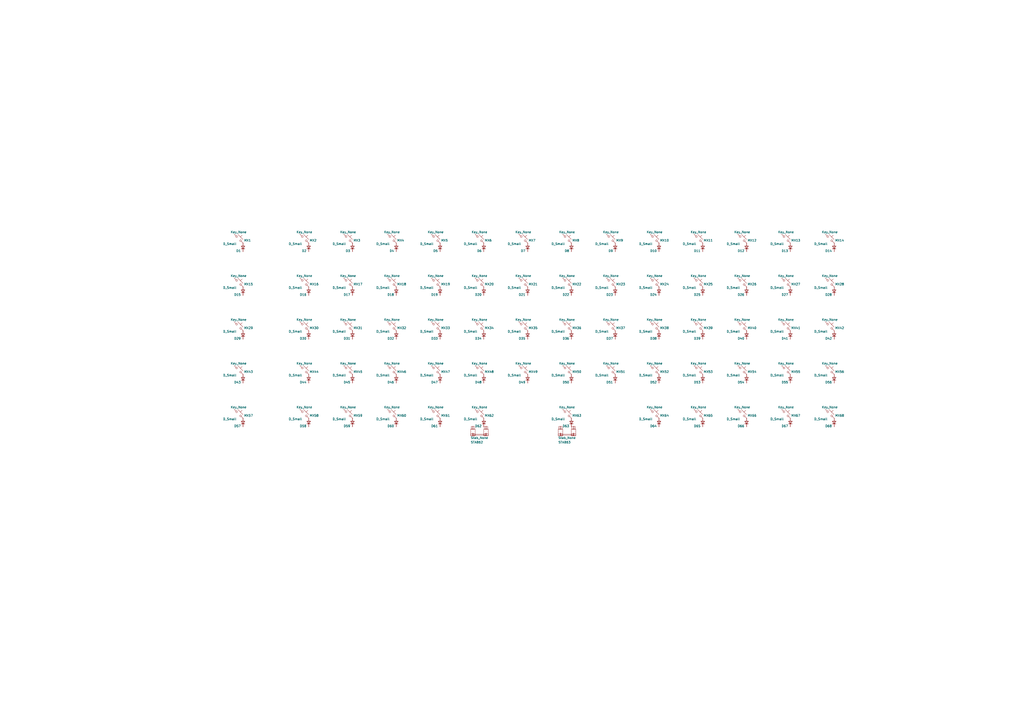
<source format=kicad_sch>
(kicad_sch (version 20230121) (generator eeschema)
  (paper "A2")
  (lib_symbols
    (symbol "D_Small" (pin_numbers hide) (pin_names (offset 0.254) hide)
      (property "Reference" "D1" (at 1.27 7.112 90))
      (property "Value" "D_Small" (at -1.27 3.048 90))
      (symbol "D_Small_0_1"
        (polyline (pts (xy -0.762 -1.016) (xy -0.762 1.016)) (stroke (width 0.254)))
        (polyline (pts (xy -0.762 0) (xy 0.762 0)))
        (polyline (pts (xy 0.762 -1.016) (xy -0.762 0) (xy 0.762 1.016) (xy 0.762 -1.016)) (stroke (width 0.254)))
      )
      (symbol "D_Small_1_1"
        (pin passive line (at -2.54 0 0) (length 1.778) (name "K") (number "1"))
        (pin passive line (at 2.54 0 180) (length 1.778) (name "A") (number "2"))
      )
    )
    (symbol "MX_SW_solder" (pin_numbers hide) (pin_names (offset 1.016) hide)
      (property "Reference" "MX1" (at 3.048 1.016 0))
      (property "Value" "Key_None" (at 0 -3.81 0))
      (symbol "MX_SW_solder_0_1"
        (circle (center -1.1684 1.1684) (radius 0.508))
        (polyline (pts (xy -0.508 2.54) (xy 2.54 -0.508)))
        (polyline (pts (xy 1.016 1.016) (xy 2.032 2.032)))
        (polyline (pts (xy -2.54 2.54) (xy -1.524 1.524) (xy -1.524 1.524)))
        (polyline (pts (xy 1.524 -1.524) (xy 2.54 -2.54) (xy 2.54 -2.54) (xy 2.54 -2.54)))
        (circle (center 1.143 -1.1938) (radius 0.508))
        (pin passive line (at -2.54 2.54 0) (length 0) (name "1") (number "1"))
        (pin passive line (at 2.54 -2.54 180) (length 0) (name "2") (number "2"))
      )
    )
    (symbol "MX_stab" (pin_names (offset 1.016))
      (property "Reference" "STAB62" (at 134.62 118.11 0))
      (property "Value" "Stab_None" (at 134.62 115.57 0))
      (symbol "MX_stab_0_1"
        (rectangle (start -5.08 -1.524) (end -2.54 -2.54))
        (rectangle (start -5.08 1.27) (end -2.54 -2.54))
        (rectangle (start -4.826 2.794) (end -2.794 1.27))
        (rectangle (start -4.064 -2.286) (end -3.556 -1.016))
        (rectangle (start -4.064 -1.778) (end 4.064 -2.286))
        (rectangle (start -4.064 1.27) (end -3.556 2.794))
        (rectangle (start 2.54 -1.524) (end 5.08 -2.54))
        (rectangle (start 2.54 1.27) (end 5.08 -2.54))
        (rectangle (start 2.794 2.794) (end 4.826 1.27))
        (rectangle (start 3.556 1.27) (end 4.064 2.794))
        (rectangle (start 4.064 -2.286) (end 3.556 -1.016))
      )
    )
  )
  (symbol (lib_name "D_Small") (lib_id "Device:D_Small") (at 229.87 245.11 90) (unit 1)
    (property "Reference" "D60" (at 228.6 247.142 90) (effects (justify left)))
    (property "Value" "D_Small" (at 226.06 243.078 90) (effects (justify left)))
    (property "Footprint" "Diode_SMD:D_SOD-123" (effects hide))
  )
  (symbol (lib_name "D_Small") (lib_id "Device:D_Small") (at 255.27 245.11 90) (unit 1)
    (property "Reference" "D61" (at 254 247.142 90) (effects (justify left)))
    (property "Value" "D_Small" (at 251.46 243.078 90) (effects (justify left)))
    (property "Footprint" "Diode_SMD:D_SOD-123" (effects hide))
  )
  (symbol (lib_name "D_Small") (lib_id "Device:D_Small") (at 458.47 168.91 90) (unit 1)
    (property "Reference" "D27" (at 457.2 170.942 90) (effects (justify left)))
    (property "Value" "D_Small" (at 454.66 166.878 90) (effects (justify left)))
    (property "Footprint" "Diode_SMD:D_SOD-123" (effects hide))
  )
  (symbol (lib_name "MX_SW_solder") (lib_id "marbastlib-mx:MX_SW_solder") (at 252.73 189.23 0) (unit 1)
    (property "Reference" "MX33" (at 255.778 190.246 0) (effects (justify left)))
    (property "Value" "Key_None" (at 252.73 185.42 0))
    (property "Footprint" "PCM_marbastlib-mx:SW_MX_1u" (effects hide))
  )
  (symbol (lib_name "MX_SW_solder") (lib_id "marbastlib-mx:MX_SW_solder") (at 176.53 189.23 0) (unit 1)
    (property "Reference" "MX30" (at 179.578 190.246 0) (effects (justify left)))
    (property "Value" "Key_None" (at 176.53 185.42 0))
    (property "Footprint" "PCM_marbastlib-mx:SW_MX_1u" (effects hide))
  )
  (symbol (lib_name "MX_SW_solder") (lib_id "marbastlib-mx:MX_SW_solder") (at 354.33 163.83 0) (unit 1)
    (property "Reference" "MX23" (at 357.378 164.846 0) (effects (justify left)))
    (property "Value" "Key_None" (at 354.33 160.02 0))
    (property "Footprint" "PCM_marbastlib-mx:SW_MX_1u" (effects hide))
  )
  (symbol (lib_name "D_Small") (lib_id "Device:D_Small") (at 306.07 194.31 90) (unit 1)
    (property "Reference" "D35" (at 304.8 196.342 90) (effects (justify left)))
    (property "Value" "D_Small" (at 302.26 192.278 90) (effects (justify left)))
    (property "Footprint" "Diode_SMD:D_SOD-123" (effects hide))
  )
  (symbol (lib_name "MX_SW_solder") (lib_id "marbastlib-mx:MX_SW_solder") (at 227.33 214.63 0) (unit 1)
    (property "Reference" "MX46" (at 230.378 215.646 0) (effects (justify left)))
    (property "Value" "Key_None" (at 227.33 210.82 0))
    (property "Footprint" "PCM_marbastlib-mx:SW_MX_1u" (effects hide))
  )
  (symbol (lib_name "D_Small") (lib_id "Device:D_Small") (at 407.67 194.31 90) (unit 1)
    (property "Reference" "D39" (at 406.4 196.342 90) (effects (justify left)))
    (property "Value" "D_Small" (at 403.86 192.278 90) (effects (justify left)))
    (property "Footprint" "Diode_SMD:D_SOD-123" (effects hide))
  )
  (symbol (lib_name "MX_SW_solder") (lib_id "marbastlib-mx:MX_SW_solder") (at 252.73 163.83 0) (unit 1)
    (property "Reference" "MX19" (at 255.778 164.846 0) (effects (justify left)))
    (property "Value" "Key_None" (at 252.73 160.02 0))
    (property "Footprint" "PCM_marbastlib-mx:SW_MX_1u" (effects hide))
  )
  (symbol (lib_name "MX_SW_solder") (lib_id "marbastlib-mx:MX_SW_solder") (at 278.13 214.63 0) (unit 1)
    (property "Reference" "MX48" (at 281.178 215.646 0) (effects (justify left)))
    (property "Value" "Key_None" (at 278.13 210.82 0))
    (property "Footprint" "PCM_marbastlib-mx:SW_MX_1u" (effects hide))
  )
  (symbol (lib_name "MX_SW_solder") (lib_id "marbastlib-mx:MX_SW_solder") (at 138.43 214.63 0) (unit 1)
    (property "Reference" "MX43" (at 141.478 215.646 0) (effects (justify left)))
    (property "Value" "Key_None" (at 138.43 210.82 0))
    (property "Footprint" "PCM_marbastlib-mx:SW_MX_1.5u" (effects hide))
  )
  (symbol (lib_name "MX_SW_solder") (lib_id "marbastlib-mx:MX_SW_solder") (at 354.33 138.43 0) (unit 1)
    (property "Reference" "MX9" (at 357.378 139.446 0) (effects (justify left)))
    (property "Value" "Key_None" (at 354.33 134.62 0))
    (property "Footprint" "PCM_marbastlib-mx:SW_MX_1u" (effects hide))
  )
  (symbol (lib_name "MX_SW_solder") (lib_id "marbastlib-mx:MX_SW_solder") (at 227.33 163.83 0) (unit 1)
    (property "Reference" "MX18" (at 230.378 164.846 0) (effects (justify left)))
    (property "Value" "Key_None" (at 227.33 160.02 0))
    (property "Footprint" "PCM_marbastlib-mx:SW_MX_1u" (effects hide))
  )
  (symbol (lib_name "D_Small") (lib_id "Device:D_Small") (at 179.07 168.91 90) (unit 1)
    (property "Reference" "D16" (at 177.8 170.942 90) (effects (justify left)))
    (property "Value" "D_Small" (at 175.26 166.878 90) (effects (justify left)))
    (property "Footprint" "Diode_SMD:D_SOD-123" (effects hide))
  )
  (symbol (lib_name "D_Small") (lib_id "Device:D_Small") (at 229.87 219.71 90) (unit 1)
    (property "Reference" "D46" (at 228.6 221.742 90) (effects (justify left)))
    (property "Value" "D_Small" (at 226.06 217.678 90) (effects (justify left)))
    (property "Footprint" "Diode_SMD:D_SOD-123" (effects hide))
  )
  (symbol (lib_name "D_Small") (lib_id "Device:D_Small") (at 433.07 245.11 90) (unit 1)
    (property "Reference" "D66" (at 431.8 247.142 90) (effects (justify left)))
    (property "Value" "D_Small" (at 429.26 243.078 90) (effects (justify left)))
    (property "Footprint" "Diode_SMD:D_SOD-123" (effects hide))
  )
  (symbol (lib_name "D_Small") (lib_id "Device:D_Small") (at 483.87 143.51 90) (unit 1)
    (property "Reference" "D14" (at 482.6 145.542 90) (effects (justify left)))
    (property "Value" "D_Small" (at 480.06 141.478 90) (effects (justify left)))
    (property "Footprint" "Diode_SMD:D_SOD-123" (effects hide))
  )
  (symbol (lib_name "MX_SW_solder") (lib_id "marbastlib-mx:MX_SW_solder") (at 455.93 240.03 0) (unit 1)
    (property "Reference" "MX67" (at 458.978 241.046 0) (effects (justify left)))
    (property "Value" "Key_None" (at 455.93 236.22 0))
    (property "Footprint" "PCM_marbastlib-mx:SW_MX_1u" (effects hide))
  )
  (symbol (lib_name "MX_SW_solder") (lib_id "marbastlib-mx:MX_SW_solder") (at 405.13 138.43 0) (unit 1)
    (property "Reference" "MX11" (at 408.178 139.446 0) (effects (justify left)))
    (property "Value" "Key_None" (at 405.13 134.62 0))
    (property "Footprint" "PCM_marbastlib-mx:SW_MX_1u" (effects hide))
  )
  (symbol (lib_name "MX_SW_solder") (lib_id "marbastlib-mx:MX_SW_solder") (at 455.93 214.63 0) (unit 1)
    (property "Reference" "MX55" (at 458.978 215.646 0) (effects (justify left)))
    (property "Value" "Key_None" (at 455.93 210.82 0))
    (property "Footprint" "PCM_marbastlib-mx:SW_MX_1u" (effects hide))
  )
  (symbol (lib_name "MX_SW_solder") (lib_id "marbastlib-mx:MX_SW_solder") (at 328.93 214.63 0) (unit 1)
    (property "Reference" "MX50" (at 331.978 215.646 0) (effects (justify left)))
    (property "Value" "Key_None" (at 328.93 210.82 0))
    (property "Footprint" "PCM_marbastlib-mx:SW_MX_1u" (effects hide))
  )
  (symbol (lib_name "D_Small") (lib_id "Device:D_Small") (at 407.67 245.11 90) (unit 1)
    (property "Reference" "D65" (at 406.4 247.142 90) (effects (justify left)))
    (property "Value" "D_Small" (at 403.86 243.078 90) (effects (justify left)))
    (property "Footprint" "Diode_SMD:D_SOD-123" (effects hide))
  )
  (symbol (lib_name "D_Small") (lib_id "Device:D_Small") (at 179.07 219.71 90) (unit 1)
    (property "Reference" "D44" (at 177.8 221.742 90) (effects (justify left)))
    (property "Value" "D_Small" (at 175.26 217.678 90) (effects (justify left)))
    (property "Footprint" "Diode_SMD:D_SOD-123" (effects hide))
  )
  (symbol (lib_name "D_Small") (lib_id "Device:D_Small") (at 483.87 168.91 90) (unit 1)
    (property "Reference" "D28" (at 482.6 170.942 90) (effects (justify left)))
    (property "Value" "D_Small" (at 480.06 166.878 90) (effects (justify left)))
    (property "Footprint" "Diode_SMD:D_SOD-123" (effects hide))
  )
  (symbol (lib_name "MX_SW_solder") (lib_id "marbastlib-mx:MX_SW_solder") (at 430.53 240.03 0) (unit 1)
    (property "Reference" "MX66" (at 433.578 241.046 0) (effects (justify left)))
    (property "Value" "Key_None" (at 430.53 236.22 0))
    (property "Footprint" "PCM_marbastlib-mx:SW_MX_1u" (effects hide))
  )
  (symbol (lib_name "MX_SW_solder") (lib_id "marbastlib-mx:MX_SW_solder") (at 481.33 189.23 0) (unit 1)
    (property "Reference" "MX42" (at 484.378 190.246 0) (effects (justify left)))
    (property "Value" "Key_None" (at 481.33 185.42 0))
    (property "Footprint" "PCM_marbastlib-mx:SW_MX_1.5u" (effects hide))
  )
  (symbol (lib_name "MX_SW_solder") (lib_id "marbastlib-mx:MX_SW_solder") (at 138.43 138.43 0) (unit 1)
    (property "Reference" "MX1" (at 141.478 139.446 0) (effects (justify left)))
    (property "Value" "Key_None" (at 138.43 134.62 0))
    (property "Footprint" "PCM_marbastlib-mx:SW_MX_1.5u" (effects hide))
  )
  (symbol (lib_name "MX_SW_solder") (lib_id "marbastlib-mx:MX_SW_solder") (at 354.33 214.63 0) (unit 1)
    (property "Reference" "MX51" (at 357.378 215.646 0) (effects (justify left)))
    (property "Value" "Key_None" (at 354.33 210.82 0))
    (property "Footprint" "PCM_marbastlib-mx:SW_MX_1u" (effects hide))
  )
  (symbol (lib_name "D_Small") (lib_id "Device:D_Small") (at 229.87 143.51 90) (unit 1)
    (property "Reference" "D4" (at 228.6 145.542 90) (effects (justify left)))
    (property "Value" "D_Small" (at 226.06 141.478 90) (effects (justify left)))
    (property "Footprint" "Diode_SMD:D_SOD-123" (effects hide))
  )
  (symbol (lib_name "D_Small") (lib_id "Device:D_Small") (at 280.67 245.11 90) (unit 1)
    (property "Reference" "D62" (at 279.4 247.142 90) (effects (justify left)))
    (property "Value" "D_Small" (at 276.86 243.078 90) (effects (justify left)))
    (property "Footprint" "Diode_SMD:D_SOD-123" (effects hide))
  )
  (symbol (lib_name "D_Small") (lib_id "Device:D_Small") (at 140.97 143.51 90) (unit 1)
    (property "Reference" "D1" (at 139.7 145.542 90) (effects (justify left)))
    (property "Value" "D_Small" (at 137.16 141.478 90) (effects (justify left)))
    (property "Footprint" "Diode_SMD:D_SOD-123" (effects hide))
  )
  (symbol (lib_name "D_Small") (lib_id "Device:D_Small") (at 140.97 168.91 90) (unit 1)
    (property "Reference" "D15" (at 139.7 170.942 90) (effects (justify left)))
    (property "Value" "D_Small" (at 137.16 166.878 90) (effects (justify left)))
    (property "Footprint" "Diode_SMD:D_SOD-123" (effects hide))
  )
  (symbol (lib_name "D_Small") (lib_id "Device:D_Small") (at 140.97 245.11 90) (unit 1)
    (property "Reference" "D57" (at 139.7 247.142 90) (effects (justify left)))
    (property "Value" "D_Small" (at 137.16 243.078 90) (effects (justify left)))
    (property "Footprint" "Diode_SMD:D_SOD-123" (effects hide))
  )
  (symbol (lib_name "D_Small") (lib_id "Device:D_Small") (at 407.67 168.91 90) (unit 1)
    (property "Reference" "D25" (at 406.4 170.942 90) (effects (justify left)))
    (property "Value" "D_Small" (at 403.86 166.878 90) (effects (justify left)))
    (property "Footprint" "Diode_SMD:D_SOD-123" (effects hide))
  )
  (symbol (lib_name "D_Small") (lib_id "Device:D_Small") (at 483.87 194.31 90) (unit 1)
    (property "Reference" "D42" (at 482.6 196.342 90) (effects (justify left)))
    (property "Value" "D_Small" (at 480.06 192.278 90) (effects (justify left)))
    (property "Footprint" "Diode_SMD:D_SOD-123" (effects hide))
  )
  (symbol (lib_name "D_Small") (lib_id "Device:D_Small") (at 140.97 194.31 90) (unit 1)
    (property "Reference" "D29" (at 139.7 196.342 90) (effects (justify left)))
    (property "Value" "D_Small" (at 137.16 192.278 90) (effects (justify left)))
    (property "Footprint" "Diode_SMD:D_SOD-123" (effects hide))
  )
  (symbol (lib_name "MX_SW_solder") (lib_id "marbastlib-mx:MX_SW_solder") (at 201.93 138.43 0) (unit 1)
    (property "Reference" "MX3" (at 204.978 139.446 0) (effects (justify left)))
    (property "Value" "Key_None" (at 201.93 134.62 0))
    (property "Footprint" "PCM_marbastlib-mx:SW_MX_1u" (effects hide))
  )
  (symbol (lib_name "D_Small") (lib_id "Device:D_Small") (at 483.87 245.11 90) (unit 1)
    (property "Reference" "D68" (at 482.6 247.142 90) (effects (justify left)))
    (property "Value" "D_Small" (at 480.06 243.078 90) (effects (justify left)))
    (property "Footprint" "Diode_SMD:D_SOD-123" (effects hide))
  )
  (symbol (lib_name "MX_SW_solder") (lib_id "marbastlib-mx:MX_SW_solder") (at 303.53 163.83 0) (unit 1)
    (property "Reference" "MX21" (at 306.578 164.846 0) (effects (justify left)))
    (property "Value" "Key_None" (at 303.53 160.02 0))
    (property "Footprint" "PCM_marbastlib-mx:SW_MX_1u" (effects hide))
  )
  (symbol (lib_name "D_Small") (lib_id "Device:D_Small") (at 458.47 143.51 90) (unit 1)
    (property "Reference" "D13" (at 457.2 145.542 90) (effects (justify left)))
    (property "Value" "D_Small" (at 454.66 141.478 90) (effects (justify left)))
    (property "Footprint" "Diode_SMD:D_SOD-123" (effects hide))
  )
  (symbol (lib_name "MX_SW_solder") (lib_id "marbastlib-mx:MX_SW_solder") (at 278.13 240.03 0) (unit 1)
    (property "Reference" "MX62" (at 281.178 241.046 0) (effects (justify left)))
    (property "Value" "Key_None" (at 278.13 236.22 0))
    (property "Footprint" "PCM_marbastlib-mx:SW_MX_1u" (effects hide))
  )
  (symbol (lib_name "MX_SW_solder") (lib_id "marbastlib-mx:MX_SW_solder") (at 455.93 138.43 0) (unit 1)
    (property "Reference" "MX13" (at 458.978 139.446 0) (effects (justify left)))
    (property "Value" "Key_None" (at 455.93 134.62 0))
    (property "Footprint" "PCM_marbastlib-mx:SW_MX_1u" (effects hide))
  )
  (symbol (lib_name "MX_SW_solder") (lib_id "marbastlib-mx:MX_SW_solder") (at 430.53 189.23 0) (unit 1)
    (property "Reference" "MX40" (at 433.578 190.246 0) (effects (justify left)))
    (property "Value" "Key_None" (at 430.53 185.42 0))
    (property "Footprint" "PCM_marbastlib-mx:SW_MX_1u" (effects hide))
  )
  (symbol (lib_name "MX_SW_solder") (lib_id "marbastlib-mx:MX_SW_solder") (at 379.73 138.43 0) (unit 1)
    (property "Reference" "MX10" (at 382.778 139.446 0) (effects (justify left)))
    (property "Value" "Key_None" (at 379.73 134.62 0))
    (property "Footprint" "PCM_marbastlib-mx:SW_MX_1u" (effects hide))
  )
  (symbol (lib_name "MX_SW_solder") (lib_id "marbastlib-mx:MX_SW_solder") (at 379.73 240.03 0) (unit 1)
    (property "Reference" "MX64" (at 382.778 241.046 0) (effects (justify left)))
    (property "Value" "Key_None" (at 379.73 236.22 0))
    (property "Footprint" "PCM_marbastlib-mx:SW_MX_1u" (effects hide))
  )
  (symbol (lib_name "D_Small") (lib_id "Device:D_Small") (at 280.67 168.91 90) (unit 1)
    (property "Reference" "D20" (at 279.4 170.942 90) (effects (justify left)))
    (property "Value" "D_Small" (at 276.86 166.878 90) (effects (justify left)))
    (property "Footprint" "Diode_SMD:D_SOD-123" (effects hide))
  )
  (symbol (lib_name "D_Small") (lib_id "Device:D_Small") (at 433.07 219.71 90) (unit 1)
    (property "Reference" "D54" (at 431.8 221.742 90) (effects (justify left)))
    (property "Value" "D_Small" (at 429.26 217.678 90) (effects (justify left)))
    (property "Footprint" "Diode_SMD:D_SOD-123" (effects hide))
  )
  (symbol (lib_name "D_Small") (lib_id "Device:D_Small") (at 306.07 143.51 90) (unit 1)
    (property "Reference" "D7" (at 304.8 145.542 90) (effects (justify left)))
    (property "Value" "D_Small" (at 302.26 141.478 90) (effects (justify left)))
    (property "Footprint" "Diode_SMD:D_SOD-123" (effects hide))
  )
  (symbol (lib_name "MX_SW_solder") (lib_id "marbastlib-mx:MX_SW_solder") (at 405.13 240.03 0) (unit 1)
    (property "Reference" "MX65" (at 408.178 241.046 0) (effects (justify left)))
    (property "Value" "Key_None" (at 405.13 236.22 0))
    (property "Footprint" "PCM_marbastlib-mx:SW_MX_1u" (effects hide))
  )
  (symbol (lib_name "MX_SW_solder") (lib_id "marbastlib-mx:MX_SW_solder") (at 227.33 138.43 0) (unit 1)
    (property "Reference" "MX4" (at 230.378 139.446 0) (effects (justify left)))
    (property "Value" "Key_None" (at 227.33 134.62 0))
    (property "Footprint" "PCM_marbastlib-mx:SW_MX_1u" (effects hide))
  )
  (symbol (lib_name "MX_SW_solder") (lib_id "marbastlib-mx:MX_SW_solder") (at 481.33 163.83 0) (unit 1)
    (property "Reference" "MX28" (at 484.378 164.846 0) (effects (justify left)))
    (property "Value" "Key_None" (at 481.33 160.02 0))
    (property "Footprint" "PCM_marbastlib-mx:SW_MX_1.5u" (effects hide))
  )
  (symbol (lib_name "D_Small") (lib_id "Device:D_Small") (at 458.47 219.71 90) (unit 1)
    (property "Reference" "D55" (at 457.2 221.742 90) (effects (justify left)))
    (property "Value" "D_Small" (at 454.66 217.678 90) (effects (justify left)))
    (property "Footprint" "Diode_SMD:D_SOD-123" (effects hide))
  )
  (symbol (lib_name "MX_SW_solder") (lib_id "marbastlib-mx:MX_SW_solder") (at 328.93 189.23 0) (unit 1)
    (property "Reference" "MX36" (at 331.978 190.246 0) (effects (justify left)))
    (property "Value" "Key_None" (at 328.93 185.42 0))
    (property "Footprint" "PCM_marbastlib-mx:SW_MX_1u" (effects hide))
  )
  (symbol (lib_name "D_Small") (lib_id "Device:D_Small") (at 204.47 245.11 90) (unit 1)
    (property "Reference" "D59" (at 203.2 247.142 90) (effects (justify left)))
    (property "Value" "D_Small" (at 200.66 243.078 90) (effects (justify left)))
    (property "Footprint" "Diode_SMD:D_SOD-123" (effects hide))
  )
  (symbol (lib_name "D_Small") (lib_id "Device:D_Small") (at 280.67 194.31 90) (unit 1)
    (property "Reference" "D34" (at 279.4 196.342 90) (effects (justify left)))
    (property "Value" "D_Small" (at 276.86 192.278 90) (effects (justify left)))
    (property "Footprint" "Diode_SMD:D_SOD-123" (effects hide))
  )
  (symbol (lib_name "MX_SW_solder") (lib_id "marbastlib-mx:MX_SW_solder") (at 405.13 189.23 0) (unit 1)
    (property "Reference" "MX39" (at 408.178 190.246 0) (effects (justify left)))
    (property "Value" "Key_None" (at 405.13 185.42 0))
    (property "Footprint" "PCM_marbastlib-mx:SW_MX_1u" (effects hide))
  )
  (symbol (lib_name "D_Small") (lib_id "Device:D_Small") (at 331.47 143.51 90) (unit 1)
    (property "Reference" "D8" (at 330.2 145.542 90) (effects (justify left)))
    (property "Value" "D_Small" (at 327.66 141.478 90) (effects (justify left)))
    (property "Footprint" "Diode_SMD:D_SOD-123" (effects hide))
  )
  (symbol (lib_name "D_Small") (lib_id "Device:D_Small") (at 229.87 194.31 90) (unit 1)
    (property "Reference" "D32" (at 228.6 196.342 90) (effects (justify left)))
    (property "Value" "D_Small" (at 226.06 192.278 90) (effects (justify left)))
    (property "Footprint" "Diode_SMD:D_SOD-123" (effects hide))
  )
  (symbol (lib_name "D_Small") (lib_id "Device:D_Small") (at 255.27 168.91 90) (unit 1)
    (property "Reference" "D19" (at 254 170.942 90) (effects (justify left)))
    (property "Value" "D_Small" (at 251.46 166.878 90) (effects (justify left)))
    (property "Footprint" "Diode_SMD:D_SOD-123" (effects hide))
  )
  (symbol (lib_name "D_Small") (lib_id "Device:D_Small") (at 382.27 194.31 90) (unit 1)
    (property "Reference" "D38" (at 381 196.342 90) (effects (justify left)))
    (property "Value" "D_Small" (at 378.46 192.278 90) (effects (justify left)))
    (property "Footprint" "Diode_SMD:D_SOD-123" (effects hide))
  )
  (symbol (lib_name "D_Small") (lib_id "Device:D_Small") (at 407.67 143.51 90) (unit 1)
    (property "Reference" "D11" (at 406.4 145.542 90) (effects (justify left)))
    (property "Value" "D_Small" (at 403.86 141.478 90) (effects (justify left)))
    (property "Footprint" "Diode_SMD:D_SOD-123" (effects hide))
  )
  (symbol (lib_name "MX_SW_solder") (lib_id "marbastlib-mx:MX_SW_solder") (at 405.13 163.83 0) (unit 1)
    (property "Reference" "MX25" (at 408.178 164.846 0) (effects (justify left)))
    (property "Value" "Key_None" (at 405.13 160.02 0))
    (property "Footprint" "PCM_marbastlib-mx:SW_MX_1u" (effects hide))
  )
  (symbol (lib_name "D_Small") (lib_id "Device:D_Small") (at 179.07 245.11 90) (unit 1)
    (property "Reference" "D58" (at 177.8 247.142 90) (effects (justify left)))
    (property "Value" "D_Small" (at 175.26 243.078 90) (effects (justify left)))
    (property "Footprint" "Diode_SMD:D_SOD-123" (effects hide))
  )
  (symbol (lib_name "MX_SW_solder") (lib_id "marbastlib-mx:MX_SW_solder") (at 176.53 138.43 0) (unit 1)
    (property "Reference" "MX2" (at 179.578 139.446 0) (effects (justify left)))
    (property "Value" "Key_None" (at 176.53 134.62 0))
    (property "Footprint" "PCM_marbastlib-mx:SW_MX_1u" (effects hide))
  )
  (symbol (lib_name "D_Small") (lib_id "Device:D_Small") (at 280.67 143.51 90) (unit 1)
    (property "Reference" "D6" (at 279.4 145.542 90) (effects (justify left)))
    (property "Value" "D_Small" (at 276.86 141.478 90) (effects (justify left)))
    (property "Footprint" "Diode_SMD:D_SOD-123" (effects hide))
  )
  (symbol (lib_name "MX_SW_solder") (lib_id "marbastlib-mx:MX_SW_solder") (at 354.33 189.23 0) (unit 1)
    (property "Reference" "MX37" (at 357.378 190.246 0) (effects (justify left)))
    (property "Value" "Key_None" (at 354.33 185.42 0))
    (property "Footprint" "PCM_marbastlib-mx:SW_MX_1u" (effects hide))
  )
  (symbol (lib_name "MX_SW_solder") (lib_id "marbastlib-mx:MX_SW_solder") (at 379.73 214.63 0) (unit 1)
    (property "Reference" "MX52" (at 382.778 215.646 0) (effects (justify left)))
    (property "Value" "Key_None" (at 379.73 210.82 0))
    (property "Footprint" "PCM_marbastlib-mx:SW_MX_1u" (effects hide))
  )
  (symbol (lib_name "D_Small") (lib_id "Device:D_Small") (at 382.27 143.51 90) (unit 1)
    (property "Reference" "D10" (at 381 145.542 90) (effects (justify left)))
    (property "Value" "D_Small" (at 378.46 141.478 90) (effects (justify left)))
    (property "Footprint" "Diode_SMD:D_SOD-123" (effects hide))
  )
  (symbol (lib_name "MX_SW_solder") (lib_id "marbastlib-mx:MX_SW_solder") (at 430.53 138.43 0) (unit 1)
    (property "Reference" "MX12" (at 433.578 139.446 0) (effects (justify left)))
    (property "Value" "Key_None" (at 430.53 134.62 0))
    (property "Footprint" "PCM_marbastlib-mx:SW_MX_1u" (effects hide))
  )
  (symbol (lib_name "MX_SW_solder") (lib_id "marbastlib-mx:MX_SW_solder") (at 405.13 214.63 0) (unit 1)
    (property "Reference" "MX53" (at 408.178 215.646 0) (effects (justify left)))
    (property "Value" "Key_None" (at 405.13 210.82 0))
    (property "Footprint" "PCM_marbastlib-mx:SW_MX_1u" (effects hide))
  )
  (symbol (lib_name "MX_SW_solder") (lib_id "marbastlib-mx:MX_SW_solder") (at 481.33 138.43 0) (unit 1)
    (property "Reference" "MX14" (at 484.378 139.446 0) (effects (justify left)))
    (property "Value" "Key_None" (at 481.33 134.62 0))
    (property "Footprint" "PCM_marbastlib-mx:SW_MX_1.5u" (effects hide))
  )
  (symbol (lib_name "MX_SW_solder") (lib_id "marbastlib-mx:MX_SW_solder") (at 430.53 214.63 0) (unit 1)
    (property "Reference" "MX54" (at 433.578 215.646 0) (effects (justify left)))
    (property "Value" "Key_None" (at 430.53 210.82 0))
    (property "Footprint" "PCM_marbastlib-mx:SW_MX_1u" (effects hide))
  )
  (symbol (lib_name "MX_SW_solder") (lib_id "marbastlib-mx:MX_SW_solder") (at 176.53 240.03 0) (unit 1)
    (property "Reference" "MX58" (at 179.578 241.046 0) (effects (justify left)))
    (property "Value" "Key_None" (at 176.53 236.22 0))
    (property "Footprint" "PCM_marbastlib-mx:SW_MX_1u" (effects hide))
  )
  (symbol (lib_name "MX_SW_solder") (lib_id "marbastlib-mx:MX_SW_solder") (at 138.43 189.23 0) (unit 1)
    (property "Reference" "MX29" (at 141.478 190.246 0) (effects (justify left)))
    (property "Value" "Key_None" (at 138.43 185.42 0))
    (property "Footprint" "PCM_marbastlib-mx:SW_MX_1.5u" (effects hide))
  )
  (symbol (lib_name "MX_SW_solder") (lib_id "marbastlib-mx:MX_SW_solder") (at 455.93 163.83 0) (unit 1)
    (property "Reference" "MX27" (at 458.978 164.846 0) (effects (justify left)))
    (property "Value" "Key_None" (at 455.93 160.02 0))
    (property "Footprint" "PCM_marbastlib-mx:SW_MX_1u" (effects hide))
  )
  (symbol (lib_name "MX_SW_solder") (lib_id "marbastlib-mx:MX_SW_solder") (at 138.43 240.03 0) (unit 1)
    (property "Reference" "MX57" (at 141.478 241.046 0) (effects (justify left)))
    (property "Value" "Key_None" (at 138.43 236.22 0))
    (property "Footprint" "PCM_marbastlib-mx:SW_MX_1.5u" (effects hide))
  )
  (symbol (lib_name "MX_SW_solder") (lib_id "marbastlib-mx:MX_SW_solder") (at 227.33 240.03 0) (unit 1)
    (property "Reference" "MX60" (at 230.378 241.046 0) (effects (justify left)))
    (property "Value" "Key_None" (at 227.33 236.22 0))
    (property "Footprint" "PCM_marbastlib-mx:SW_MX_1u" (effects hide))
  )
  (symbol (lib_name "D_Small") (lib_id "Device:D_Small") (at 204.47 143.51 90) (unit 1)
    (property "Reference" "D3" (at 203.2 145.542 90) (effects (justify left)))
    (property "Value" "D_Small" (at 200.66 141.478 90) (effects (justify left)))
    (property "Footprint" "Diode_SMD:D_SOD-123" (effects hide))
  )
  (symbol (lib_name "MX_SW_solder") (lib_id "marbastlib-mx:MX_SW_solder") (at 481.33 240.03 0) (unit 1)
    (property "Reference" "MX68" (at 484.378 241.046 0) (effects (justify left)))
    (property "Value" "Key_None" (at 481.33 236.22 0))
    (property "Footprint" "PCM_marbastlib-mx:SW_MX_1.5u" (effects hide))
  )
  (symbol (lib_name "MX_SW_solder") (lib_id "marbastlib-mx:MX_SW_solder") (at 176.53 163.83 0) (unit 1)
    (property "Reference" "MX16" (at 179.578 164.846 0) (effects (justify left)))
    (property "Value" "Key_None" (at 176.53 160.02 0))
    (property "Footprint" "PCM_marbastlib-mx:SW_MX_1u" (effects hide))
  )
  (symbol (lib_name "D_Small") (lib_id "Device:D_Small") (at 458.47 194.31 90) (unit 1)
    (property "Reference" "D41" (at 457.2 196.342 90) (effects (justify left)))
    (property "Value" "D_Small" (at 454.66 192.278 90) (effects (justify left)))
    (property "Footprint" "Diode_SMD:D_SOD-123" (effects hide))
  )
  (symbol (lib_name "D_Small") (lib_id "Device:D_Small") (at 255.27 219.71 90) (unit 1)
    (property "Reference" "D47" (at 254 221.742 90) (effects (justify left)))
    (property "Value" "D_Small" (at 251.46 217.678 90) (effects (justify left)))
    (property "Footprint" "Diode_SMD:D_SOD-123" (effects hide))
  )
  (symbol (lib_name "MX_SW_solder") (lib_id "marbastlib-mx:MX_SW_solder") (at 252.73 214.63 0) (unit 1)
    (property "Reference" "MX47" (at 255.778 215.646 0) (effects (justify left)))
    (property "Value" "Key_None" (at 252.73 210.82 0))
    (property "Footprint" "PCM_marbastlib-mx:SW_MX_1u" (effects hide))
  )
  (symbol (lib_name "D_Small") (lib_id "Device:D_Small") (at 229.87 168.91 90) (unit 1)
    (property "Reference" "D18" (at 228.6 170.942 90) (effects (justify left)))
    (property "Value" "D_Small" (at 226.06 166.878 90) (effects (justify left)))
    (property "Footprint" "Diode_SMD:D_SOD-123" (effects hide))
  )
  (symbol (lib_name "D_Small") (lib_id "Device:D_Small") (at 483.87 219.71 90) (unit 1)
    (property "Reference" "D56" (at 482.6 221.742 90) (effects (justify left)))
    (property "Value" "D_Small" (at 480.06 217.678 90) (effects (justify left)))
    (property "Footprint" "Diode_SMD:D_SOD-123" (effects hide))
  )
  (symbol (lib_name "MX_SW_solder") (lib_id "marbastlib-mx:MX_SW_solder") (at 201.93 240.03 0) (unit 1)
    (property "Reference" "MX59" (at 204.978 241.046 0) (effects (justify left)))
    (property "Value" "Key_None" (at 201.93 236.22 0))
    (property "Footprint" "PCM_marbastlib-mx:SW_MX_1u" (effects hide))
  )
  (symbol (lib_name "D_Small") (lib_id "Device:D_Small") (at 255.27 143.51 90) (unit 1)
    (property "Reference" "D5" (at 254 145.542 90) (effects (justify left)))
    (property "Value" "D_Small" (at 251.46 141.478 90) (effects (justify left)))
    (property "Footprint" "Diode_SMD:D_SOD-123" (effects hide))
  )
  (symbol (lib_name "MX_SW_solder") (lib_id "marbastlib-mx:MX_SW_solder") (at 303.53 189.23 0) (unit 1)
    (property "Reference" "MX35" (at 306.578 190.246 0) (effects (justify left)))
    (property "Value" "Key_None" (at 303.53 185.42 0))
    (property "Footprint" "PCM_marbastlib-mx:SW_MX_1u" (effects hide))
  )
  (symbol (lib_name "D_Small") (lib_id "Device:D_Small") (at 140.97 219.71 90) (unit 1)
    (property "Reference" "D43" (at 139.7 221.742 90) (effects (justify left)))
    (property "Value" "D_Small" (at 137.16 217.678 90) (effects (justify left)))
    (property "Footprint" "Diode_SMD:D_SOD-123" (effects hide))
  )
  (symbol (lib_name "MX_SW_solder") (lib_id "marbastlib-mx:MX_SW_solder") (at 455.93 189.23 0) (unit 1)
    (property "Reference" "MX41" (at 458.978 190.246 0) (effects (justify left)))
    (property "Value" "Key_None" (at 455.93 185.42 0))
    (property "Footprint" "PCM_marbastlib-mx:SW_MX_1u" (effects hide))
  )
  (symbol (lib_name "MX_SW_solder") (lib_id "marbastlib-mx:MX_SW_solder") (at 201.93 163.83 0) (unit 1)
    (property "Reference" "MX17" (at 204.978 164.846 0) (effects (justify left)))
    (property "Value" "Key_None" (at 201.93 160.02 0))
    (property "Footprint" "PCM_marbastlib-mx:SW_MX_1u" (effects hide))
  )
  (symbol (lib_name "MX_stab") (lib_id "marbastlib-mx:MX_stab") (at 278.13 250.19 0) (unit 1)
    (property "Reference" "STAB62" (at 273.05 256.54 0) (effects (justify left)))
    (property "Value" "Stab_None" (at 273.05 254 0) (effects (justify left)))
    (property "Footprint" "PCM_marbastlib-mx:STAB_MX_P_2u" (effects hide))
  )
  (symbol (lib_name "D_Small") (lib_id "Device:D_Small") (at 382.27 219.71 90) (unit 1)
    (property "Reference" "D52" (at 381 221.742 90) (effects (justify left)))
    (property "Value" "D_Small" (at 378.46 217.678 90) (effects (justify left)))
    (property "Footprint" "Diode_SMD:D_SOD-123" (effects hide))
  )
  (symbol (lib_name "D_Small") (lib_id "Device:D_Small") (at 331.47 194.31 90) (unit 1)
    (property "Reference" "D36" (at 330.2 196.342 90) (effects (justify left)))
    (property "Value" "D_Small" (at 327.66 192.278 90) (effects (justify left)))
    (property "Footprint" "Diode_SMD:D_SOD-123" (effects hide))
  )
  (symbol (lib_name "D_Small") (lib_id "Device:D_Small") (at 331.47 245.11 90) (unit 1)
    (property "Reference" "D63" (at 330.2 247.142 90) (effects (justify left)))
    (property "Value" "D_Small" (at 327.66 243.078 90) (effects (justify left)))
    (property "Footprint" "Diode_SMD:D_SOD-123" (effects hide))
  )
  (symbol (lib_name "MX_SW_solder") (lib_id "marbastlib-mx:MX_SW_solder") (at 278.13 138.43 0) (unit 1)
    (property "Reference" "MX6" (at 281.178 139.446 0) (effects (justify left)))
    (property "Value" "Key_None" (at 278.13 134.62 0))
    (property "Footprint" "PCM_marbastlib-mx:SW_MX_1u" (effects hide))
  )
  (symbol (lib_name "D_Small") (lib_id "Device:D_Small") (at 204.47 168.91 90) (unit 1)
    (property "Reference" "D17" (at 203.2 170.942 90) (effects (justify left)))
    (property "Value" "D_Small" (at 200.66 166.878 90) (effects (justify left)))
    (property "Footprint" "Diode_SMD:D_SOD-123" (effects hide))
  )
  (symbol (lib_name "MX_SW_solder") (lib_id "marbastlib-mx:MX_SW_solder") (at 201.93 214.63 0) (unit 1)
    (property "Reference" "MX45" (at 204.978 215.646 0) (effects (justify left)))
    (property "Value" "Key_None" (at 201.93 210.82 0))
    (property "Footprint" "PCM_marbastlib-mx:SW_MX_1u" (effects hide))
  )
  (symbol (lib_name "MX_SW_solder") (lib_id "marbastlib-mx:MX_SW_solder") (at 176.53 214.63 0) (unit 1)
    (property "Reference" "MX44" (at 179.578 215.646 0) (effects (justify left)))
    (property "Value" "Key_None" (at 176.53 210.82 0))
    (property "Footprint" "PCM_marbastlib-mx:SW_MX_1u" (effects hide))
  )
  (symbol (lib_name "D_Small") (lib_id "Device:D_Small") (at 407.67 219.71 90) (unit 1)
    (property "Reference" "D53" (at 406.4 221.742 90) (effects (justify left)))
    (property "Value" "D_Small" (at 403.86 217.678 90) (effects (justify left)))
    (property "Footprint" "Diode_SMD:D_SOD-123" (effects hide))
  )
  (symbol (lib_name "MX_SW_solder") (lib_id "marbastlib-mx:MX_SW_solder") (at 252.73 138.43 0) (unit 1)
    (property "Reference" "MX5" (at 255.778 139.446 0) (effects (justify left)))
    (property "Value" "Key_None" (at 252.73 134.62 0))
    (property "Footprint" "PCM_marbastlib-mx:SW_MX_1u" (effects hide))
  )
  (symbol (lib_name "D_Small") (lib_id "Device:D_Small") (at 255.27 194.31 90) (unit 1)
    (property "Reference" "D33" (at 254 196.342 90) (effects (justify left)))
    (property "Value" "D_Small" (at 251.46 192.278 90) (effects (justify left)))
    (property "Footprint" "Diode_SMD:D_SOD-123" (effects hide))
  )
  (symbol (lib_name "MX_SW_solder") (lib_id "marbastlib-mx:MX_SW_solder") (at 328.93 163.83 0) (unit 1)
    (property "Reference" "MX22" (at 331.978 164.846 0) (effects (justify left)))
    (property "Value" "Key_None" (at 328.93 160.02 0))
    (property "Footprint" "PCM_marbastlib-mx:SW_MX_1u" (effects hide))
  )
  (symbol (lib_name "MX_SW_solder") (lib_id "marbastlib-mx:MX_SW_solder") (at 328.93 138.43 0) (unit 1)
    (property "Reference" "MX8" (at 331.978 139.446 0) (effects (justify left)))
    (property "Value" "Key_None" (at 328.93 134.62 0))
    (property "Footprint" "PCM_marbastlib-mx:SW_MX_1u" (effects hide))
  )
  (symbol (lib_name "MX_SW_solder") (lib_id "marbastlib-mx:MX_SW_solder") (at 201.93 189.23 0) (unit 1)
    (property "Reference" "MX31" (at 204.978 190.246 0) (effects (justify left)))
    (property "Value" "Key_None" (at 201.93 185.42 0))
    (property "Footprint" "PCM_marbastlib-mx:SW_MX_1u" (effects hide))
  )
  (symbol (lib_name "MX_SW_solder") (lib_id "marbastlib-mx:MX_SW_solder") (at 227.33 189.23 0) (unit 1)
    (property "Reference" "MX32" (at 230.378 190.246 0) (effects (justify left)))
    (property "Value" "Key_None" (at 227.33 185.42 0))
    (property "Footprint" "PCM_marbastlib-mx:SW_MX_1u" (effects hide))
  )
  (symbol (lib_name "MX_SW_solder") (lib_id "marbastlib-mx:MX_SW_solder") (at 278.13 163.83 0) (unit 1)
    (property "Reference" "MX20" (at 281.178 164.846 0) (effects (justify left)))
    (property "Value" "Key_None" (at 278.13 160.02 0))
    (property "Footprint" "PCM_marbastlib-mx:SW_MX_1u" (effects hide))
  )
  (symbol (lib_name "D_Small") (lib_id "Device:D_Small") (at 382.27 168.91 90) (unit 1)
    (property "Reference" "D24" (at 381 170.942 90) (effects (justify left)))
    (property "Value" "D_Small" (at 378.46 166.878 90) (effects (justify left)))
    (property "Footprint" "Diode_SMD:D_SOD-123" (effects hide))
  )
  (symbol (lib_name "MX_stab") (lib_id "marbastlib-mx:MX_stab") (at 328.93 250.19 0) (unit 1)
    (property "Reference" "STAB63" (at 323.85 256.54 0) (effects (justify left)))
    (property "Value" "Stab_None" (at 323.85 254 0) (effects (justify left)))
    (property "Footprint" "PCM_marbastlib-mx:STAB_MX_P_2u" (effects hide))
  )
  (symbol (lib_name "D_Small") (lib_id "Device:D_Small") (at 356.87 194.31 90) (unit 1)
    (property "Reference" "D37" (at 355.6 196.342 90) (effects (justify left)))
    (property "Value" "D_Small" (at 353.06 192.278 90) (effects (justify left)))
    (property "Footprint" "Diode_SMD:D_SOD-123" (effects hide))
  )
  (symbol (lib_name "D_Small") (lib_id "Device:D_Small") (at 204.47 219.71 90) (unit 1)
    (property "Reference" "D45" (at 203.2 221.742 90) (effects (justify left)))
    (property "Value" "D_Small" (at 200.66 217.678 90) (effects (justify left)))
    (property "Footprint" "Diode_SMD:D_SOD-123" (effects hide))
  )
  (symbol (lib_name "MX_SW_solder") (lib_id "marbastlib-mx:MX_SW_solder") (at 481.33 214.63 0) (unit 1)
    (property "Reference" "MX56" (at 484.378 215.646 0) (effects (justify left)))
    (property "Value" "Key_None" (at 481.33 210.82 0))
    (property "Footprint" "PCM_marbastlib-mx:SW_MX_1.5u" (effects hide))
  )
  (symbol (lib_name "D_Small") (lib_id "Device:D_Small") (at 433.07 168.91 90) (unit 1)
    (property "Reference" "D26" (at 431.8 170.942 90) (effects (justify left)))
    (property "Value" "D_Small" (at 429.26 166.878 90) (effects (justify left)))
    (property "Footprint" "Diode_SMD:D_SOD-123" (effects hide))
  )
  (symbol (lib_name "MX_SW_solder") (lib_id "marbastlib-mx:MX_SW_solder") (at 303.53 138.43 0) (unit 1)
    (property "Reference" "MX7" (at 306.578 139.446 0) (effects (justify left)))
    (property "Value" "Key_None" (at 303.53 134.62 0))
    (property "Footprint" "PCM_marbastlib-mx:SW_MX_1u" (effects hide))
  )
  (symbol (lib_name "D_Small") (lib_id "Device:D_Small") (at 331.47 219.71 90) (unit 1)
    (property "Reference" "D50" (at 330.2 221.742 90) (effects (justify left)))
    (property "Value" "D_Small" (at 327.66 217.678 90) (effects (justify left)))
    (property "Footprint" "Diode_SMD:D_SOD-123" (effects hide))
  )
  (symbol (lib_name "D_Small") (lib_id "Device:D_Small") (at 179.07 194.31 90) (unit 1)
    (property "Reference" "D30" (at 177.8 196.342 90) (effects (justify left)))
    (property "Value" "D_Small" (at 175.26 192.278 90) (effects (justify left)))
    (property "Footprint" "Diode_SMD:D_SOD-123" (effects hide))
  )
  (symbol (lib_name "MX_SW_solder") (lib_id "marbastlib-mx:MX_SW_solder") (at 252.73 240.03 0) (unit 1)
    (property "Reference" "MX61" (at 255.778 241.046 0) (effects (justify left)))
    (property "Value" "Key_None" (at 252.73 236.22 0))
    (property "Footprint" "PCM_marbastlib-mx:SW_MX_1u" (effects hide))
  )
  (symbol (lib_name "D_Small") (lib_id "Device:D_Small") (at 382.27 245.11 90) (unit 1)
    (property "Reference" "D64" (at 381 247.142 90) (effects (justify left)))
    (property "Value" "D_Small" (at 378.46 243.078 90) (effects (justify left)))
    (property "Footprint" "Diode_SMD:D_SOD-123" (effects hide))
  )
  (symbol (lib_name "MX_SW_solder") (lib_id "marbastlib-mx:MX_SW_solder") (at 430.53 163.83 0) (unit 1)
    (property "Reference" "MX26" (at 433.578 164.846 0) (effects (justify left)))
    (property "Value" "Key_None" (at 430.53 160.02 0))
    (property "Footprint" "PCM_marbastlib-mx:SW_MX_1u" (effects hide))
  )
  (symbol (lib_name "D_Small") (lib_id "Device:D_Small") (at 433.07 194.31 90) (unit 1)
    (property "Reference" "D40" (at 431.8 196.342 90) (effects (justify left)))
    (property "Value" "D_Small" (at 429.26 192.278 90) (effects (justify left)))
    (property "Footprint" "Diode_SMD:D_SOD-123" (effects hide))
  )
  (symbol (lib_name "MX_SW_solder") (lib_id "marbastlib-mx:MX_SW_solder") (at 278.13 189.23 0) (unit 1)
    (property "Reference" "MX34" (at 281.178 190.246 0) (effects (justify left)))
    (property "Value" "Key_None" (at 278.13 185.42 0))
    (property "Footprint" "PCM_marbastlib-mx:SW_MX_1u" (effects hide))
  )
  (symbol (lib_name "D_Small") (lib_id "Device:D_Small") (at 179.07 143.51 90) (unit 1)
    (property "Reference" "D2" (at 177.8 145.542 90) (effects (justify left)))
    (property "Value" "D_Small" (at 175.26 141.478 90) (effects (justify left)))
    (property "Footprint" "Diode_SMD:D_SOD-123" (effects hide))
  )
  (symbol (lib_name "MX_SW_solder") (lib_id "marbastlib-mx:MX_SW_solder") (at 379.73 163.83 0) (unit 1)
    (property "Reference" "MX24" (at 382.778 164.846 0) (effects (justify left)))
    (property "Value" "Key_None" (at 379.73 160.02 0))
    (property "Footprint" "PCM_marbastlib-mx:SW_MX_1u" (effects hide))
  )
  (symbol (lib_name "MX_SW_solder") (lib_id "marbastlib-mx:MX_SW_solder") (at 379.73 189.23 0) (unit 1)
    (property "Reference" "MX38" (at 382.778 190.246 0) (effects (justify left)))
    (property "Value" "Key_None" (at 379.73 185.42 0))
    (property "Footprint" "PCM_marbastlib-mx:SW_MX_1u" (effects hide))
  )
  (symbol (lib_name "D_Small") (lib_id "Device:D_Small") (at 356.87 219.71 90) (unit 1)
    (property "Reference" "D51" (at 355.6 221.742 90) (effects (justify left)))
    (property "Value" "D_Small" (at 353.06 217.678 90) (effects (justify left)))
    (property "Footprint" "Diode_SMD:D_SOD-123" (effects hide))
  )
  (symbol (lib_name "MX_SW_solder") (lib_id "marbastlib-mx:MX_SW_solder") (at 303.53 214.63 0) (unit 1)
    (property "Reference" "MX49" (at 306.578 215.646 0) (effects (justify left)))
    (property "Value" "Key_None" (at 303.53 210.82 0))
    (property "Footprint" "PCM_marbastlib-mx:SW_MX_1u" (effects hide))
  )
  (symbol (lib_name "MX_SW_solder") (lib_id "marbastlib-mx:MX_SW_solder") (at 138.43 163.83 0) (unit 1)
    (property "Reference" "MX15" (at 141.478 164.846 0) (effects (justify left)))
    (property "Value" "Key_None" (at 138.43 160.02 0))
    (property "Footprint" "PCM_marbastlib-mx:SW_MX_1.5u" (effects hide))
  )
  (symbol (lib_name "D_Small") (lib_id "Device:D_Small") (at 331.47 168.91 90) (unit 1)
    (property "Reference" "D22" (at 330.2 170.942 90) (effects (justify left)))
    (property "Value" "D_Small" (at 327.66 166.878 90) (effects (justify left)))
    (property "Footprint" "Diode_SMD:D_SOD-123" (effects hide))
  )
  (symbol (lib_name "D_Small") (lib_id "Device:D_Small") (at 306.07 219.71 90) (unit 1)
    (property "Reference" "D49" (at 304.8 221.742 90) (effects (justify left)))
    (property "Value" "D_Small" (at 302.26 217.678 90) (effects (justify left)))
    (property "Footprint" "Diode_SMD:D_SOD-123" (effects hide))
  )
  (symbol (lib_name "D_Small") (lib_id "Device:D_Small") (at 356.87 143.51 90) (unit 1)
    (property "Reference" "D9" (at 355.6 145.542 90) (effects (justify left)))
    (property "Value" "D_Small" (at 353.06 141.478 90) (effects (justify left)))
    (property "Footprint" "Diode_SMD:D_SOD-123" (effects hide))
  )
  (symbol (lib_name "D_Small") (lib_id "Device:D_Small") (at 280.67 219.71 90) (unit 1)
    (property "Reference" "D48" (at 279.4 221.742 90) (effects (justify left)))
    (property "Value" "D_Small" (at 276.86 217.678 90) (effects (justify left)))
    (property "Footprint" "Diode_SMD:D_SOD-123" (effects hide))
  )
  (symbol (lib_name "D_Small") (lib_id "Device:D_Small") (at 433.07 143.51 90) (unit 1)
    (property "Reference" "D12" (at 431.8 145.542 90) (effects (justify left)))
    (property "Value" "D_Small" (at 429.26 141.478 90) (effects (justify left)))
    (property "Footprint" "Diode_SMD:D_SOD-123" (effects hide))
  )
  (symbol (lib_name "MX_SW_solder") (lib_id "marbastlib-mx:MX_SW_solder") (at 328.93 240.03 0) (unit 1)
    (property "Reference" "MX63" (at 331.978 241.046 0) (effects (justify left)))
    (property "Value" "Key_None" (at 328.93 236.22 0))
    (property "Footprint" "PCM_marbastlib-mx:SW_MX_1u" (effects hide))
  )
  (symbol (lib_name "D_Small") (lib_id "Device:D_Small") (at 458.47 245.11 90) (unit 1)
    (property "Reference" "D67" (at 457.2 247.142 90) (effects (justify left)))
    (property "Value" "D_Small" (at 454.66 243.078 90) (effects (justify left)))
    (property "Footprint" "Diode_SMD:D_SOD-123" (effects hide))
  )
  (symbol (lib_name "D_Small") (lib_id "Device:D_Small") (at 306.07 168.91 90) (unit 1)
    (property "Reference" "D21" (at 304.8 170.942 90) (effects (justify left)))
    (property "Value" "D_Small" (at 302.26 166.878 90) (effects (justify left)))
    (property "Footprint" "Diode_SMD:D_SOD-123" (effects hide))
  )
  (symbol (lib_name "D_Small") (lib_id "Device:D_Small") (at 204.47 194.31 90) (unit 1)
    (property "Reference" "D31" (at 203.2 196.342 90) (effects (justify left)))
    (property "Value" "D_Small" (at 200.66 192.278 90) (effects (justify left)))
    (property "Footprint" "Diode_SMD:D_SOD-123" (effects hide))
  )
  (symbol (lib_name "D_Small") (lib_id "Device:D_Small") (at 356.87 168.91 90) (unit 1)
    (property "Reference" "D23" (at 355.6 170.942 90) (effects (justify left)))
    (property "Value" "D_Small" (at 353.06 166.878 90) (effects (justify left)))
    (property "Footprint" "Diode_SMD:D_SOD-123" (effects hide))
  )
)
</source>
